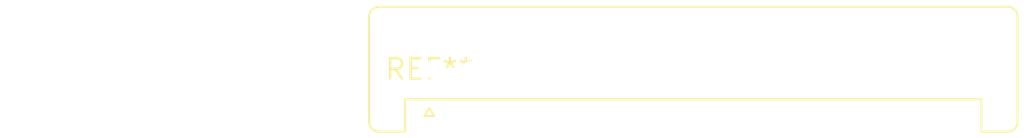
<source format=kicad_pcb>
(kicad_pcb (version 20240108) (generator pcbnew)
  (layers (0 "F.Cu" signal) (31 "B.Cu" signal) (34 "B.Paste" user) (35 "F.Paste" user) (36 "B.SilkS" user "B.Silkscreen") (37 "F.SilkS" user "F.Silkscreen") (38 "B.Mask" user) (39 "F.Mask" user) (44 "Edge.Cuts" user))
  (net 0 "")
  (footprint "Stocko_MKS_1664-6-0-1414_1x14_P2.50mm_Vertical" (layer "F.Cu") (at 0 0)
    (property "Reference" "REF**")
    (property "Value" "Stocko_MKS_1664-6-0-1414_1x14_P2.50mm_Vertical")
    (fp_line (start -3.71 -3.25) (end -3.71 3.25) (layer "F.SilkS") (stroke (width 0.12)))
    (fp_line (start -3.1 -3.86) (end 35.6 -3.86) (layer "F.SilkS") (stroke (width 0.12)))
    (fp_line (start -3.1 3.86) (end -1.49 3.86) (layer "F.SilkS") (stroke (width 0.12)))
    (fp_line (start -1.49 1.86) (end 33.99 1.86) (layer "F.SilkS") (stroke (width 0.12)))
    (fp_line (start -1.49 3.86) (end -1.49 1.86) (layer "F.SilkS") (stroke (width 0.12)))
    (fp_line (start -0.3 2.9) (end 0.3 2.9) (layer "F.SilkS") (stroke (width 0.12)))
    (fp_line (start 0 2.4) (end -0.3 2.9) (layer "F.SilkS") (stroke (width 0.12)))
    (fp_line (start 0.3 2.9) (end 0 2.4) (layer "F.SilkS") (stroke (width 0.12)))
    (fp_line (start 33.99 3.86) (end 33.99 1.86) (layer "F.SilkS") (stroke (width 0.12)))
    (fp_line (start 35.6 3.86) (end 33.99 3.86) (layer "F.SilkS") (stroke (width 0.12)))
    (fp_line (start 36.21 -3.25) (end 36.21 3.25) (layer "F.SilkS") (stroke (width 0.12)))
    (fp_arc (start -3.71 -3.25) (mid -3.531335 -3.681335) (end -3.1 -3.86) (layer "F.SilkS") (stroke (width 0.12)))
    (fp_arc (start -3.1 3.86) (mid -3.531335 3.681335) (end -3.71 3.25) (layer "F.SilkS") (stroke (width 0.12)))
    (fp_arc (start 35.6 -3.86) (mid 36.031335 -3.681335) (end 36.21 -3.25) (layer "F.SilkS") (stroke (width 0.12)))
    (fp_arc (start 36.21 3.25) (mid 36.031335 3.681335) (end 35.6 3.86) (layer "F.SilkS") (stroke (width 0.12)))
    (pad "1" thru_hole roundrect (at 0 0) (size 1.5 2) (drill 1) (layers *.Cu *.Mask) (remove_unused_layers))
    (pad "2" thru_hole oval (at 2.5 0) (size 1.5 2) (drill 1) (layers *.Cu *.Mask) (remove_unused_layers))
    (pad "3" thru_hole oval (at 5 0) (size 1.5 2) (drill 1) (layers *.Cu *.Mask) (remove_unused_layers))
    (pad "4" thru_hole oval (at 7.5 0) (size 1.5 2) (drill 1) (layers *.Cu *.Mask) (remove_unused_layers))
    (pad "5" thru_hole oval (at 10 0) (size 1.5 2) (drill 1) (layers *.Cu *.Mask) (remove_unused_layers))
    (pad "6" thru_hole oval (at 12.5 0) (size 1.5 2) (drill 1) (layers *.Cu *.Mask) (remove_unused_layers))
    (pad "7" thru_hole oval (at 15 0) (size 1.5 2) (drill 1) (layers *.Cu *.Mask) (remove_unused_layers))
    (pad "8" thru_hole oval (at 17.5 0) (size 1.5 2) (drill 1) (layers *.Cu *.Mask) (remove_unused_layers))
    (pad "9" thru_hole oval (at 20 0) (size 1.5 2) (drill 1) (layers *.Cu *.Mask) (remove_unused_layers))
    (pad "10" thru_hole oval (at 22.5 0) (size 1.5 2) (drill 1) (layers *.Cu *.Mask) (remove_unused_layers))
    (pad "11" thru_hole oval (at 25 0) (size 1.5 2) (drill 1) (layers *.Cu *.Mask) (remove_unused_layers))
    (pad "12" thru_hole oval (at 27.5 0) (size 1.5 2) (drill 1) (layers *.Cu *.Mask) (remove_unused_layers))
    (pad "13" thru_hole oval (at 30 0) (size 1.5 2) (drill 1) (layers *.Cu *.Mask) (remove_unused_layers))
    (pad "14" thru_hole oval (at 32.5 0) (size 1.5 2) (drill 1) (layers *.Cu *.Mask) (remove_unused_layers))
  )
)
</source>
